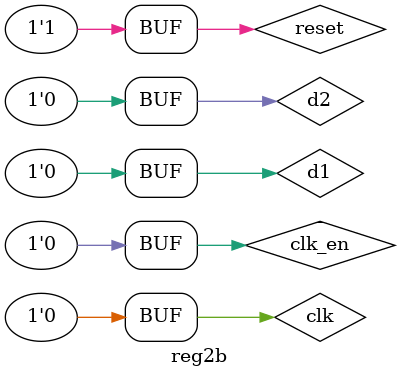
<source format=v>
`timescale 1ns / 1ps
`timescale 1ns / 1ps
module reg2b();
	// Inputs
	reg d1    ;
	reg d2    ;
	reg clk   ;
	reg clk_en;
	reg reset ;


	// Outputs
	wire q1,q2;

	// Instantiate the Unit Under Test (UUT)
	ff ff1 (
		.clk   (clk   ),
		.clk_en(clk_en),
		.rst_n (rst_n ),
		.d3    (d1    ),
		
		.q     (q1     )
	);

	// Instantiate the Unit Under Test (UUT)
	ff ff2 (
		.clk   (clk   ),
		.clk_en(clk_en),
		.rst_n (rst_n ),
		.d3    (d2    ),
		
		.q     (q2    )
	);

	initial begin
		$dumpfile("reg2b.vcd");
		$dumpvars(0,d1,d2,clk,q1,q2);
	end

	initial begin
		$display("d1\td2\tclk\tq1\tq2\n"); //Setup Table Headers

		// Initialize Inputs
		d1 = 1;
		d2 = 1;
		clk = 0;
		clk_en = 1;
		reset = 1;
		// 	time delay	changes
		#20			clk = 1;
		#10			clk = 0;
		//not floating; clocked into q
		#20			d1 = 0;
					d2 = 0;
		#10		 	clk = 1;
		#10	 		clk = 0;

		#20			d1 = 1;
					d2 = 1;
		
		#10		 	clk = 1;
		#10	 		clk = 0;
		
		#20			d1 = 0;
					d2 = 0;

		#10		 	clk = 1;
		#10	 		clk = 0;

		$display("clk_en stuff");
		#20			clk_en = 0;
		
					d1 = 1;
					d2 = 1;

		#10		 	clk = 1;
		#10	 		clk = 0;
		
		#20			d1 = 0;
					d2 = 0;
		
		#10		 	clk = 1;
		#10	 		clk = 0;

		#40;

	end

	initial begin
		$monitor("%d\t%d\t%d\t%d\t%d \n",d1,d2,clk,q1,q2);
	end

endmodule
</source>
